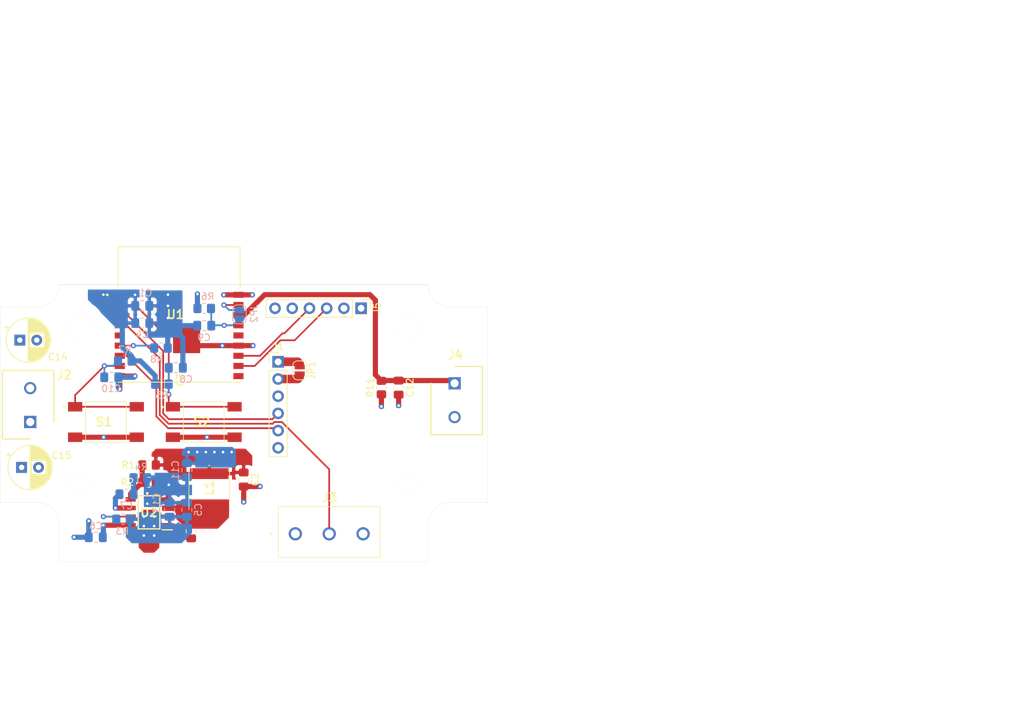
<source format=kicad_pcb>
(kicad_pcb (version 20171130) (host pcbnew "(5.1.8-0-10_14)")
  (layers (0 F.Cu signal) (1 In1.Cu power hide) (2 In2.Cu power hide) (31 B.Cu signal hide) (36 B.SilkS user hide) (37 F.SilkS user) (38 B.Mask user hide) (39 F.Mask user hide) (44 Edge.Cuts user))
  (net 0 "")
  (net 1 +3V3)
  (net 2 GND)
  (net 3 +12V)
  (net 4 "Net-(C7-Pad2)")
  (net 5 /ESP_EN)
  (net 6 /ESP_RST_L)
  (net 7 /GPIO0)
  (net 8 /water_voltage)
  (net 9 "Net-(J1-Pad2)")
  (net 10 /I2C_SCL)
  (net 11 /I2C_SDA)
  (net 12 /MPU_INT)
  (net 13 /CTS_NC)
  (net 14 /RTS_NC)
  (net 15 /ESP_TXD)
  (net 16 /ESP_RXD)
  (net 17 /GPIO16)
  (net 18 /GPIO15)
  (net 19 /GPIO4)
  (net 20 /GPIO5)
  (net 21 /U2_SW)
  (net 22 /U2_BST)
  (net 23 /U2_SS)
  (net 24 /U2_COMP)
  (net 25 /U2_FB)
  (net 26 /U2_EN)
  (net 27 /GPIO12)
  (net 28 /GPIO13)
  (module SamacSys_Parts:ESPWROOM02DM1102H3200PH3Q0 (layer F.Cu) (at 142.875 88.265)
    (fp_text reference U1 (at -0.55 0) (layer F.SilkS) (effects (font (size 1.27 1.27) (thickness 0.254))))
    (fp_text value ESP-WROOM-02D_M1102H3200PH3Q0_ hide)
    (pad 1 smd rect (at -8.75 -2.9 90) (size 0.9 1.5) (layers F.Cu F.Paste F.Mask) (net 1 +3V3))
    (pad 2 smd rect (at -8.75 -1.4 90) (size 0.9 1.5) (layers F.Cu F.Paste F.Mask) (net 5 /ESP_EN))
    (pad 3 smd rect (at -8.75 0.1 90) (size 0.9 1.5) (layers F.Cu F.Paste F.Mask) (net 10 /I2C_SCL))
    (pad 4 smd rect (at -8.75 1.6 90) (size 0.9 1.5) (layers F.Cu F.Paste F.Mask) (net 27 /GPIO12))
    (pad 5 smd rect (at -8.75 3.1 90) (size 0.9 1.5) (layers F.Cu F.Paste F.Mask) (net 28 /GPIO13))
    (pad 6 smd rect (at -8.75 4.6 90) (size 0.9 1.5) (layers F.Cu F.Paste F.Mask) (net 18 /GPIO15))
    (pad 7 smd rect (at -8.75 6.1 90) (size 0.9 1.5) (layers F.Cu F.Paste F.Mask) (net 11 /I2C_SDA))
    (pad 8 smd rect (at -8.75 7.6 90) (size 0.9 1.5) (layers F.Cu F.Paste F.Mask) (net 7 /GPIO0))
    (pad 9 smd rect (at -8.75 9.1 90) (size 0.9 1.5) (layers F.Cu F.Paste F.Mask) (net 2 GND))
    (pad 10 smd rect (at 8.75 9.1 90) (size 0.9 1.5) (layers F.Cu F.Paste F.Mask) (net 19 /GPIO4))
    (pad 11 smd rect (at 8.75 7.6 90) (size 0.9 1.5) (layers F.Cu F.Paste F.Mask) (net 16 /ESP_RXD))
    (pad 12 smd rect (at 8.75 6.1 90) (size 0.9 1.5) (layers F.Cu F.Paste F.Mask) (net 15 /ESP_TXD))
    (pad 13 smd rect (at 8.75 4.6 90) (size 0.9 1.5) (layers F.Cu F.Paste F.Mask) (net 2 GND))
    (pad 14 smd rect (at 8.75 3.1 90) (size 0.9 1.5) (layers F.Cu F.Paste F.Mask) (net 20 /GPIO5))
    (pad 15 smd rect (at 8.75 1.6 90) (size 0.9 1.5) (layers F.Cu F.Paste F.Mask) (net 6 /ESP_RST_L))
    (pad 16 smd rect (at 8.75 0.1 90) (size 0.9 1.5) (layers F.Cu F.Paste F.Mask) (net 8 /water_voltage))
    (pad 17 smd rect (at 8.75 -1.4 90) (size 0.9 1.5) (layers F.Cu F.Paste F.Mask) (net 17 /GPIO16))
    (pad 18 smd rect (at 8.75 -2.9 90) (size 0.9 1.5) (layers F.Cu F.Paste F.Mask) (net 2 GND))
    (pad 19 smd rect (at 1.1 3.71 90) (size 4 4) (layers F.Cu F.Paste F.Mask) (net 2 GND))
  )
  (module Capacitor_SMD:C_0805_2012Metric_Pad1.18x1.45mm_HandSolder (layer B.Cu) (at 137.4355 86.995)
    (fp_text reference C1 (at 0.4865 -1.905 180) (layer B.SilkS) (effects (justify mirror)))
    (fp_text value .1uF)
    (pad 1 smd roundrect (at -1.0375 0) (size 1.175 1.45) (layers B.Cu B.Paste B.Mask) (roundrect_rratio 0.2127659574468085) (net 1 +3V3))
    (pad 2 smd roundrect (at 1.0375 0) (size 1.175 1.45) (layers B.Cu B.Paste B.Mask) (roundrect_rratio 0.2127659574468085) (net 2 GND))
  )
  (module Capacitor_SMD:C_0805_2012Metric_Pad1.18x1.45mm_HandSolder (layer F.Cu) (at 152.4 112.6275 270)
    (fp_text reference C2 (at 0 -1.68 90) (layer F.SilkS))
    (fp_text value 22uF)
    (pad 2 smd roundrect (at 1.0375 0 270) (size 1.175 1.45) (layers F.Cu F.Paste F.Mask) (roundrect_rratio 0.2127659574468085) (net 2 GND))
    (pad 1 smd roundrect (at -1.0375 0 270) (size 1.175 1.45) (layers F.Cu F.Paste F.Mask) (roundrect_rratio 0.2127659574468085) (net 1 +3V3))
  )
  (module Capacitor_SMD:C_0805_2012Metric_Pad1.18x1.45mm_HandSolder (layer F.Cu) (at 144.653 120.2778 90)
    (fp_text reference C3 (at 22.3608 -1.651 90) (layer F.SilkS))
    (fp_text value 10nF)
    (pad 1 smd roundrect (at -1.0375 0 90) (size 1.175 1.45) (layers F.Cu F.Paste F.Mask) (roundrect_rratio 0.2127659574468085) (net 22 /U2_BST))
    (pad 2 smd roundrect (at 1.0375 0 90) (size 1.175 1.45) (layers F.Cu F.Paste F.Mask) (roundrect_rratio 0.2127659574468085) (net 21 /U2_SW))
  )
  (module Capacitor_SMD:C_0805_2012Metric_Pad1.18x1.45mm_HandSolder (layer B.Cu) (at 137.4355 89.535)
    (fp_text reference C4 (at 0 1.68 180) (layer B.SilkS) (effects (justify mirror)))
    (fp_text value 22uF)
    (pad 1 smd roundrect (at -1.0375 0) (size 1.175 1.45) (layers B.Cu B.Paste B.Mask) (roundrect_rratio 0.2127659574468085) (net 1 +3V3))
    (pad 2 smd roundrect (at 1.0375 0) (size 1.175 1.45) (layers B.Cu B.Paste B.Mask) (roundrect_rratio 0.2127659574468085) (net 2 GND))
  )
  (module Capacitor_SMD:C_0805_2012Metric_Pad1.18x1.45mm_HandSolder (layer B.Cu) (at 144.018 117.094 90)
    (fp_text reference C5 (at 0 1.68 90) (layer B.SilkS) (effects (justify mirror)))
    (fp_text value 10uF)
    (pad 2 smd roundrect (at 1.0375 0 90) (size 1.175 1.45) (layers B.Cu B.Paste B.Mask) (roundrect_rratio 0.2127659574468085) (net 2 GND))
    (pad 1 smd roundrect (at -1.0375 0 90) (size 1.175 1.45) (layers B.Cu B.Paste B.Mask) (roundrect_rratio 0.2127659574468085) (net 3 +12V))
  )
  (module Capacitor_SMD:C_0805_2012Metric_Pad1.18x1.45mm_HandSolder (layer B.Cu) (at 130.5775 121.158 180)
    (fp_text reference C6 (at 0 1.68 180) (layer B.SilkS) (effects (justify mirror)))
    (fp_text value 0.1uF)
    (pad 2 smd roundrect (at 1.0375 0 180) (size 1.175 1.45) (layers B.Cu B.Paste B.Mask) (roundrect_rratio 0.2127659574468085) (net 2 GND))
    (pad 1 smd roundrect (at -1.0375 0 180) (size 1.175 1.45) (layers B.Cu B.Paste B.Mask) (roundrect_rratio 0.2127659574468085) (net 23 /U2_SS))
  )
  (module Capacitor_SMD:C_0805_2012Metric_Pad1.18x1.45mm_HandSolder (layer B.Cu) (at 135.1065 114.808)
    (fp_text reference C7 (at 0 1.68) (layer B.SilkS) (effects (justify mirror)))
    (fp_text value 6.8nF)
    (pad 1 smd roundrect (at -1.0375 0) (size 1.175 1.45) (layers B.Cu B.Paste B.Mask) (roundrect_rratio 0.2127659574468085) (net 24 /U2_COMP))
    (pad 2 smd roundrect (at 1.0375 0) (size 1.175 1.45) (layers B.Cu B.Paste B.Mask) (roundrect_rratio 0.2127659574468085) (net 4 "Net-(C7-Pad2)"))
  )
  (module Capacitor_SMD:C_0805_2012Metric_Pad1.18x1.45mm_HandSolder (layer B.Cu) (at 142.3885 96.139)
    (fp_text reference C8 (at 1.5025 1.68 180) (layer B.SilkS) (effects (justify mirror)))
    (fp_text value 0.1uF)
    (pad 2 smd roundrect (at 1.0375 0) (size 1.175 1.45) (layers B.Cu B.Paste B.Mask) (roundrect_rratio 0.2127659574468085) (net 2 GND))
    (pad 1 smd roundrect (at -1.0375 0) (size 1.175 1.45) (layers B.Cu B.Paste B.Mask) (roundrect_rratio 0.2127659574468085) (net 5 /ESP_EN))
  )
  (module Capacitor_SMD:C_0805_2012Metric_Pad1.18x1.45mm_HandSolder (layer B.Cu) (at 146.5795 89.916 180)
    (fp_text reference C9 (at 0.0215 -1.778 180) (layer B.SilkS) (effects (justify mirror)))
    (fp_text value 0.1uF)
    (pad 1 smd roundrect (at -1.0375 0 180) (size 1.175 1.45) (layers B.Cu B.Paste B.Mask) (roundrect_rratio 0.2127659574468085) (net 6 /ESP_RST_L))
    (pad 2 smd roundrect (at 1.0375 0 180) (size 1.175 1.45) (layers B.Cu B.Paste B.Mask) (roundrect_rratio 0.2127659574468085) (net 2 GND))
  )
  (module Capacitor_SMD:C_0805_2012Metric_Pad1.18x1.45mm_HandSolder (layer B.Cu) (at 132.8635 97.536)
    (fp_text reference C10 (at 0 1.68 180) (layer B.SilkS) (effects (justify mirror)))
    (fp_text value 0.1uF)
    (pad 1 smd roundrect (at -1.0375 0) (size 1.175 1.45) (layers B.Cu B.Paste B.Mask) (roundrect_rratio 0.2127659574468085) (net 7 /GPIO0))
    (pad 2 smd roundrect (at 1.0375 0) (size 1.175 1.45) (layers B.Cu B.Paste B.Mask) (roundrect_rratio 0.2127659574468085) (net 2 GND))
  )
  (module Capacitor_SMD:C_0805_2012Metric_Pad1.18x1.45mm_HandSolder (layer F.Cu) (at 175.26 99.06 270)
    (fp_text reference C12 (at 0 -1.68 90) (layer F.SilkS))
    (fp_text value 0.1uF)
    (pad 2 smd roundrect (at 1.0375 0 270) (size 1.175 1.45) (layers F.Cu F.Paste F.Mask) (roundrect_rratio 0.2127659574468085) (net 2 GND))
    (pad 1 smd roundrect (at -1.0375 0 270) (size 1.175 1.45) (layers F.Cu F.Paste F.Mask) (roundrect_rratio 0.2127659574468085) (net 8 /water_voltage))
  )
  (module Connector_PinHeader_2.54mm:PinHeader_1x06_P2.54mm_Vertical (layer F.Cu) (at 157.48 95.25)
    (fp_text reference J1 (at 0 -2.33) (layer F.SilkS))
    (fp_text value Conn_01x06_Female)
    (pad 1 thru_hole rect (at 0 0) (size 1.7 1.7) (drill 1) (layers *.Cu *.Mask) (net 1 +3V3))
    (pad 2 thru_hole oval (at 0 2.54) (size 1.7 1.7) (drill 1) (layers *.Cu *.Mask) (net 9 "Net-(J1-Pad2)"))
    (pad 3 thru_hole oval (at 0 5.08) (size 1.7 1.7) (drill 1) (layers *.Cu *.Mask) (net 2 GND))
    (pad 4 thru_hole oval (at 0 7.62) (size 1.7 1.7) (drill 1) (layers *.Cu *.Mask) (net 10 /I2C_SCL))
    (pad 5 thru_hole oval (at 0 10.16) (size 1.7 1.7) (drill 1) (layers *.Cu *.Mask) (net 11 /I2C_SDA))
    (pad 6 thru_hole oval (at 0 12.7) (size 1.7 1.7) (drill 1) (layers *.Cu *.Mask) (net 12 /MPU_INT))
  )
  (module SamacSys_Parts:SHDR2W70P0X500_1X2_1000X750X1160P (layer F.Cu) (at 120.904 104.14 90)
    (fp_text reference J2 (at 6.9596 5.0292 180) (layer F.SilkS) (effects (font (size 1.27 1.27) (thickness 0.254))))
    (fp_text value 691137710002 hide)
    (pad 2 thru_hole circle (at 5 0 90) (size 1.8 1.8) (drill 1.2) (layers *.Cu *.Mask) (net 2 GND))
    (pad 1 thru_hole rect (at 0 0 90) (size 1.8 1.8) (drill 1.2) (layers *.Cu *.Mask) (net 3 +12V))
  )
  (module SamacSys_Parts:SHDR2W70P0X500_1X2_1000X750X1160P (layer F.Cu) (at 183.515 98.425 270)
    (fp_text reference J4 (at -4.191 -0.127) (layer F.SilkS) (effects (font (size 1.27 1.27) (thickness 0.254))))
    (fp_text value 691137710002 hide)
    (pad 1 thru_hole rect (at 0 0 270) (size 1.8 1.8) (drill 1.2) (layers *.Cu *.Mask) (net 8 /water_voltage))
    (pad 2 thru_hole circle (at 5 0 270) (size 1.8 1.8) (drill 1.2) (layers *.Cu *.Mask) (net 2 GND))
  )
  (module Connector_PinHeader_2.54mm:PinHeader_1x06_P2.54mm_Vertical (layer F.Cu) (at 169.7228 87.3506 270)
    (fp_text reference J5 (at 0 -2.33 90) (layer F.SilkS))
    (fp_text value Conn_01x06_Female)
    (pad 6 thru_hole oval (at 0 12.7 270) (size 1.7 1.7) (drill 1) (layers *.Cu *.Mask) (net 13 /CTS_NC))
    (pad 5 thru_hole oval (at 0 10.16 270) (size 1.7 1.7) (drill 1) (layers *.Cu *.Mask) (net 14 /RTS_NC))
    (pad 4 thru_hole oval (at 0 7.62 270) (size 1.7 1.7) (drill 1) (layers *.Cu *.Mask) (net 15 /ESP_TXD))
    (pad 3 thru_hole oval (at 0 5.08 270) (size 1.7 1.7) (drill 1) (layers *.Cu *.Mask) (net 16 /ESP_RXD))
    (pad 2 thru_hole oval (at 0 2.54 270) (size 1.7 1.7) (drill 1) (layers *.Cu *.Mask) (net 2 GND))
    (pad 1 thru_hole rect (at 0 0 270) (size 1.7 1.7) (drill 1) (layers *.Cu *.Mask) (net 1 +3V3))
  )
  (module Jumper:SolderJumper-2_P1.3mm_Open_RoundedPad1.0x1.5mm (layer F.Cu) (at 160.655 96.52 270)
    (fp_text reference JP1 (at 0 -1.8 90) (layer F.SilkS))
    (fp_text value SolderJumper_2_Open)
    (pad 2 smd custom (at 0.65 0 270) (size 1 0.5) (layers F.Cu F.Mask) (net 9 "Net-(J1-Pad2)") (options (clearance outline) (anchor rect)) (primitives (gr_circle (center 0 0.25) (end 0.5 0.25) (width 0)) (gr_circle (center 0 -0.25) (end 0.5 -0.25) (width 0)) (gr_poly (pts (xy 0 -0.75) (xy -0.5 -0.75) (xy -0.5 0.75) (xy 0 0.75)) (width 0))))
    (pad 1 smd custom (at -0.65 0 270) (size 1 0.5) (layers F.Cu F.Mask) (net 1 +3V3) (options (clearance outline) (anchor rect)) (primitives (gr_circle (center 0 0.25) (end 0.5 0.25) (width 0)) (gr_circle (center 0 -0.25) (end 0.5 -0.25) (width 0)) (gr_poly (pts (xy 0 -0.75) (xy 0.5 -0.75) (xy 0.5 0.75) (xy 0 0.75)) (width 0))))
  )
  (module Jumper:SolderJumper-2_P1.3mm_Open_RoundedPad1.0x1.5mm (layer B.Cu) (at 151.765 88.25 270)
    (fp_text reference JP2 (at -0.112 -2.159 90) (layer B.SilkS) (effects (justify mirror)))
    (fp_text value SolderJumper_2_Open)
    (pad 1 smd custom (at -0.65 0 270) (size 1 0.5) (layers B.Cu B.Mask) (net 17 /GPIO16) (options (clearance outline) (anchor rect)) (primitives (gr_circle (center 0 -0.25) (end 0.5 -0.25) (width 0)) (gr_circle (center 0 0.25) (end 0.5 0.25) (width 0)) (gr_poly (pts (xy 0 0.75) (xy 0.5 0.75) (xy 0.5 -0.75) (xy 0 -0.75)) (width 0))))
    (pad 2 smd custom (at 0.65 0 270) (size 1 0.5) (layers B.Cu B.Mask) (net 6 /ESP_RST_L) (options (clearance outline) (anchor rect)) (primitives (gr_circle (center 0 -0.25) (end 0.5 -0.25) (width 0)) (gr_circle (center 0 0.25) (end 0.5 0.25) (width 0)) (gr_poly (pts (xy 0 0.75) (xy -0.5 0.75) (xy -0.5 -0.75) (xy 0 -0.75)) (width 0))))
  )
  (module SamacSys_Parts:NRS6045T101MMGKV (layer F.Cu) (at 147.32 113.81 270)
    (fp_text reference L1 (at 0.075 0 90) (layer F.SilkS) (effects (font (size 1.27 1.27) (thickness 0.254))))
    (fp_text value NRS6045T100MMGK hide)
    (pad 1 smd rect (at -2.05 0) (size 5.7 1.6) (layers F.Cu F.Paste F.Mask) (net 1 +3V3))
    (pad 2 smd rect (at 2.65 0) (size 5.7 1.6) (layers F.Cu F.Paste F.Mask) (net 21 /U2_SW))
  )
  (module Resistor_SMD:R_0805_2012Metric_Pad1.20x1.40mm_HandSolder (layer F.Cu) (at 138.43 110.49 180)
    (fp_text reference R1 (at 3.048 0) (layer F.SilkS))
    (fp_text value 26.1k)
    (pad 2 smd roundrect (at 1 0 180) (size 1.2 1.4) (layers F.Cu F.Paste F.Mask) (roundrect_rratio 0.2083325) (net 25 /U2_FB))
    (pad 1 smd roundrect (at -1 0 180) (size 1.2 1.4) (layers F.Cu F.Paste F.Mask) (roundrect_rratio 0.2083325) (net 1 +3V3))
  )
  (module Resistor_SMD:R_0805_2012Metric_Pad1.20x1.40mm_HandSolder (layer F.Cu) (at 138.43 113.03)
    (fp_text reference R2 (at -3.175 0) (layer F.SilkS))
    (fp_text value 10k)
    (pad 2 smd roundrect (at 1 0) (size 1.2 1.4) (layers F.Cu F.Paste F.Mask) (roundrect_rratio 0.2083325) (net 2 GND))
    (pad 1 smd roundrect (at -1 0) (size 1.2 1.4) (layers F.Cu F.Paste F.Mask) (roundrect_rratio 0.2083325) (net 25 /U2_FB))
  )
  (module Resistor_SMD:R_0805_2012Metric_Pad1.20x1.40mm_HandSolder (layer B.Cu) (at 134.604 118.491 180)
    (fp_text reference R3 (at 0.111 -1.778 180) (layer B.SilkS) (effects (justify mirror)))
    (fp_text value 10k)
    (pad 1 smd roundrect (at -1 0 180) (size 1.2 1.4) (layers B.Cu B.Paste B.Mask) (roundrect_rratio 0.2083325) (net 3 +12V))
    (pad 2 smd roundrect (at 1 0 180) (size 1.2 1.4) (layers B.Cu B.Paste B.Mask) (roundrect_rratio 0.2083325) (net 26 /U2_EN))
  )
  (module Resistor_SMD:R_0805_2012Metric_Pad1.20x1.40mm_HandSolder (layer B.Cu) (at 137.144 112.395)
    (fp_text reference R4 (at 0.143 -1.651 180) (layer B.SilkS) (effects (justify mirror)))
    (fp_text value 6.8k)
    (pad 2 smd roundrect (at 1 0) (size 1.2 1.4) (layers B.Cu B.Paste B.Mask) (roundrect_rratio 0.2083325) (net 2 GND))
    (pad 1 smd roundrect (at -1 0) (size 1.2 1.4) (layers B.Cu B.Paste B.Mask) (roundrect_rratio 0.2083325) (net 4 "Net-(C7-Pad2)"))
  )
  (module Resistor_SMD:R_0805_2012Metric_Pad1.20x1.40mm_HandSolder (layer B.Cu) (at 140.335 98.552)
    (fp_text reference R5 (at 0 1.65 180) (layer B.SilkS) (effects (justify mirror)))
    (fp_text value 10k)
    (pad 1 smd roundrect (at -1 0) (size 1.2 1.4) (layers B.Cu B.Paste B.Mask) (roundrect_rratio 0.2083325) (net 1 +3V3))
    (pad 2 smd roundrect (at 1 0) (size 1.2 1.4) (layers B.Cu B.Paste B.Mask) (roundrect_rratio 0.2083325) (net 5 /ESP_EN))
  )
  (module Resistor_SMD:R_0805_2012Metric_Pad1.20x1.40mm_HandSolder (layer B.Cu) (at 146.574 87.376)
    (fp_text reference R6 (at 0.492 -1.778 180) (layer B.SilkS) (effects (justify mirror)))
    (fp_text value 10k)
    (pad 1 smd roundrect (at -1 0) (size 1.2 1.4) (layers B.Cu B.Paste B.Mask) (roundrect_rratio 0.2083325) (net 1 +3V3))
    (pad 2 smd roundrect (at 1 0) (size 1.2 1.4) (layers B.Cu B.Paste B.Mask) (roundrect_rratio 0.2083325) (net 6 /ESP_RST_L))
  )
  (module Resistor_SMD:R_0805_2012Metric_Pad1.20x1.40mm_HandSolder (layer B.Cu) (at 134.858 95.123 180)
    (fp_text reference R7 (at 0 1.65 180) (layer B.SilkS) (effects (justify mirror)))
    (fp_text value 10k)
    (pad 1 smd roundrect (at -1 0 180) (size 1.2 1.4) (layers B.Cu B.Paste B.Mask) (roundrect_rratio 0.2083325) (net 1 +3V3))
    (pad 2 smd roundrect (at 1 0 180) (size 1.2 1.4) (layers B.Cu B.Paste B.Mask) (roundrect_rratio 0.2083325) (net 7 /GPIO0))
  )
  (module Resistor_SMD:R_0805_2012Metric_Pad1.20x1.40mm_HandSolder (layer B.Cu) (at 140.192 93.218)
    (fp_text reference R8 (at -0.619 1.651) (layer B.SilkS) (effects (justify mirror)))
    (fp_text value 10k)
    (pad 2 smd roundrect (at 1 0) (size 1.2 1.4) (layers B.Cu B.Paste B.Mask) (roundrect_rratio 0.2083325) (net 2 GND))
    (pad 1 smd roundrect (at -1 0) (size 1.2 1.4) (layers B.Cu B.Paste B.Mask) (roundrect_rratio 0.2083325) (net 18 /GPIO15))
  )
  (module Resistor_SMD:R_0805_2012Metric_Pad1.20x1.40mm_HandSolder (layer F.Cu) (at 172.72 99.06 90)
    (fp_text reference R11 (at 0 -1.65 90) (layer F.SilkS))
    (fp_text value 1k)
    (pad 1 smd roundrect (at -1 0 90) (size 1.2 1.4) (layers F.Cu F.Paste F.Mask) (roundrect_rratio 0.2083325) (net 1 +3V3))
    (pad 2 smd roundrect (at 1 0 90) (size 1.2 1.4) (layers F.Cu F.Paste F.Mask) (roundrect_rratio 0.2083325) (net 8 /water_voltage))
  )
  (module SamacSys_Parts:LL3301NF065QG (layer F.Cu) (at 132.08 104.14)
    (fp_text reference S1 (at -0.3 0) (layer F.SilkS) (effects (font (size 1.27 1.27) (thickness 0.254))))
    (fp_text value LL3301NF065QG hide)
    (pad 4 smd rect (at 4.55 2.25 90) (size 1.4 2.1) (layers F.Cu F.Paste F.Mask) (net 2 GND))
    (pad 3 smd rect (at -4.55 2.25 90) (size 1.4 2.1) (layers F.Cu F.Paste F.Mask) (net 2 GND))
    (pad 2 smd rect (at 4.55 -2.25 90) (size 1.4 2.1) (layers F.Cu F.Paste F.Mask) (net 7 /GPIO0))
    (pad 1 smd rect (at -4.55 -2.25 90) (size 1.4 2.1) (layers F.Cu F.Paste F.Mask) (net 7 /GPIO0))
  )
  (module SamacSys_Parts:LL3301NF065QG (layer F.Cu) (at 146.5072 104.14)
    (fp_text reference S2 (at -0.3 0) (layer F.SilkS) (effects (font (size 1.27 1.27) (thickness 0.254))))
    (fp_text value LL3301NF065QG hide)
    (pad 1 smd rect (at -4.55 -2.25 90) (size 1.4 2.1) (layers F.Cu F.Paste F.Mask) (net 5 /ESP_EN))
    (pad 2 smd rect (at 4.55 -2.25 90) (size 1.4 2.1) (layers F.Cu F.Paste F.Mask) (net 5 /ESP_EN))
    (pad 3 smd rect (at -4.55 2.25 90) (size 1.4 2.1) (layers F.Cu F.Paste F.Mask) (net 2 GND))
    (pad 4 smd rect (at 4.55 2.25 90) (size 1.4 2.1) (layers F.Cu F.Paste F.Mask) (net 2 GND))
  )
  (module SamacSys_Parts:SOIC127P600X150-8N (layer F.Cu) (at 138.43 117.475 180)
    (fp_text reference U2 (at 0 0) (layer F.SilkS) (effects (font (size 1.27 1.27) (thickness 0.254))))
    (fp_text value AP6502SP-13 hide)
    (pad 1 smd rect (at -2.7 -1.905 270) (size 0.65 1.5) (layers F.Cu F.Paste F.Mask) (net 22 /U2_BST))
    (pad 2 smd rect (at -2.7 -0.635 270) (size 0.65 1.5) (layers F.Cu F.Paste F.Mask) (net 3 +12V))
    (pad 3 smd rect (at -2.7 0.635 270) (size 0.65 1.5) (layers F.Cu F.Paste F.Mask) (net 21 /U2_SW))
    (pad 4 smd rect (at -2.7 1.905 270) (size 0.65 1.5) (layers F.Cu F.Paste F.Mask) (net 2 GND))
    (pad 5 smd rect (at 2.7 1.905 270) (size 0.65 1.5) (layers F.Cu F.Paste F.Mask) (net 25 /U2_FB))
    (pad 6 smd rect (at 2.7 0.635 270) (size 0.65 1.5) (layers F.Cu F.Paste F.Mask) (net 24 /U2_COMP))
    (pad 7 smd rect (at 2.7 -0.635 270) (size 0.65 1.5) (layers F.Cu F.Paste F.Mask) (net 26 /U2_EN))
    (pad 8 smd rect (at 2.7 -1.905 270) (size 0.65 1.5) (layers F.Cu F.Paste F.Mask) (net 23 /U2_SS))
  )
  (module Capacitor_SMD:C_0805_2012Metric_Pad1.18x1.45mm_HandSolder (layer B.Cu) (at 144.018 111.252 270)
    (fp_text reference C11 (at 0 1.68 90) (layer B.SilkS) (effects (justify mirror)))
    (fp_text value 22uF)
    (pad 2 smd roundrect (at 1.0375 0 270) (size 1.175 1.45) (layers B.Cu B.Paste B.Mask) (roundrect_rratio 0.2127659574468085) (net 2 GND))
    (pad 1 smd roundrect (at -1.0375 0 270) (size 1.175 1.45) (layers B.Cu B.Paste B.Mask) (roundrect_rratio 0.2127659574468085) (net 1 +3V3))
  )
  (module Capacitor_SMD:C_0805_2012Metric_Pad1.18x1.45mm_HandSolder (layer B.Cu) (at 141.478 117.094 90)
    (fp_text reference C13 (at 1.016 -1.905 90) (layer B.SilkS) (effects (justify mirror)))
    (fp_text value 10uF)
    (pad 1 smd roundrect (at -1.0375 0 90) (size 1.175 1.45) (layers B.Cu B.Paste B.Mask) (roundrect_rratio 0.2127659574468085) (net 3 +12V))
    (pad 2 smd roundrect (at 1.0375 0 90) (size 1.175 1.45) (layers B.Cu B.Paste B.Mask) (roundrect_rratio 0.2127659574468085) (net 2 GND))
  )
  (module SamacSys_Parts:691137710003 (layer F.Cu) (at 160.02 120.65)
    (fp_text reference J3 (at 5.08 -5.334) (layer F.SilkS) (effects (font (size 1.27 1.27) (thickness 0.254))))
    (fp_text value 691137710003 hide)
    (pad 1 thru_hole circle (at 0 0) (size 1.95 1.95) (drill 1.3) (layers *.Cu *.Mask) (net 3 +12V))
    (pad 2 thru_hole circle (at 5 0) (size 1.95 1.95) (drill 1.3) (layers *.Cu *.Mask) (net 27 /GPIO12))
    (pad 3 thru_hole circle (at 10 0) (size 1.95 1.95) (drill 1.3) (layers *.Cu *.Mask) (net 2 GND))
  )
  (module MountingHole:MountingHole_3.2mm_M3 (layer F.Cu) (at 128.1176 90.0684)
    (fp_text reference H1 hide)
    (fp_text value MountingHole)
    (pad 1 np_thru_hole circle (at 0 0) (size 3.2 3.2) (drill 3.2) (layers *.Cu *.Mask))
  )
  (module MountingHole:MountingHole_3.2mm_M3 (layer F.Cu) (at 176.6824 90.0684)
    (fp_text reference H2 hide)
    (fp_text value MountingHole)
    (pad 1 np_thru_hole circle (at 0 0) (size 3.2 3.2) (drill 3.2) (layers *.Cu *.Mask))
  )
  (module MountingHole:MountingHole_3.2mm_M3 (layer F.Cu) (at 128.1176 113.1316)
    (fp_text reference H3 hide)
    (fp_text value MountingHole)
    (pad 1 np_thru_hole circle (at 0 0) (size 3.2 3.2) (drill 3.2) (layers *.Cu *.Mask))
  )
  (module MountingHole:MountingHole_3.2mm_M3 (layer F.Cu) (at 176.6824 113.1316)
    (fp_text reference H4 hide)
    (fp_text value MountingHole)
    (pad 1 np_thru_hole circle (at 0 0) (size 3.2 3.2) (drill 3.2) (layers *.Cu *.Mask))
  )
  (module Capacitor_THT:CP_Radial_D6.3mm_P2.50mm (layer F.Cu) (at 119.3692 92.0496)
    (fp_text reference C14 (at 5.5988 2.4892) (layer F.SilkS))
    (fp_text value 100uF)
    (pad 2 thru_hole circle (at 2.5 0) (size 1.6 1.6) (drill 0.8) (layers *.Cu *.Mask) (net 2 GND))
    (pad 1 thru_hole rect (at 0 0) (size 1.6 1.6) (drill 0.8) (layers *.Cu *.Mask) (net 3 +12V))
  )
  (module Capacitor_THT:CP_Radial_D6.3mm_P2.50mm (layer F.Cu) (at 119.634 110.8456)
    (fp_text reference C15 (at 5.8928 -1.778) (layer F.SilkS))
    (fp_text value 100uF)
    (pad 1 thru_hole rect (at 0 0) (size 1.6 1.6) (drill 0.8) (layers *.Cu *.Mask) (net 3 +12V))
    (pad 2 thru_hole circle (at 2.5 0) (size 1.6 1.6) (drill 0.8) (layers *.Cu *.Mask) (net 2 GND))
  )
  (gr_line (start 125.222 83.8708) (end 179.578 83.8708) (layer Edge.Cuts) (width 0.05))
  (gr_circle (center 128.1176 90.0684) (end 129.7051 90.0684) (layer Edge.Cuts) (width 0.0254))
  (gr_circle (center 128.1176 113.1316) (end 129.7051 113.1316) (layer Edge.Cuts) (width 0.0254))
  (gr_circle (center 176.6824 113.1316) (end 178.2699 113.1316) (layer Edge.Cuts) (width 0.0254))
  (gr_circle (center 176.6824 90.0684) (end 178.2699 90.0684) (layer Edge.Cuts) (width 0.0254))
  (gr_line (start 121.92 116.0272) (end 116.459 116.0272) (layer Edge.Cuts) (width 0.0254))
  (gr_line (start 125.222 119.3292) (end 125.222 124.7902) (layer Edge.Cuts) (width 0.0254))
  (gr_arc (start 121.92 119.3292) (end 125.222 119.3292) (angle -90) (layer Edge.Cuts) (width 0.0254))
  (gr_line (start 121.92 87.1728) (end 116.459 87.1728) (layer Edge.Cuts) (width 0.0254))
  (gr_arc (start 121.92 83.8708) (end 121.92 87.1728) (angle -90) (layer Edge.Cuts) (width 0.0254))
  (gr_line (start 182.88 116.0272) (end 188.341 116.0272) (layer Edge.Cuts) (width 0.0254))
  (gr_line (start 179.578 119.3292) (end 179.578 124.7902) (layer Edge.Cuts) (width 0.0254))
  (gr_arc (start 182.88 119.3292) (end 182.88 116.0272) (angle -90) (layer Edge.Cuts) (width 0.0254))
  (gr_arc (start 182.88 83.8708) (end 179.578 83.8708) (angle -90) (layer Edge.Cuts) (width 0.0254))
  (gr_line (start 182.88 87.1728) (end 188.341 87.1728) (layer Edge.Cuts) (width 0.0254))
  (gr_line (start 116.459 87.1728) (end 116.459 116.0272) (layer Edge.Cuts) (width 0.0254))
  (gr_line (start 188.341 87.1728) (end 188.341 116.0272) (layer Edge.Cuts) (width 0.0254))
  (gr_line (start 125.222 124.7902) (end 179.578 124.7902) (layer Edge.Cuts) (width 0.0254))
  (via (at 144.272 108.585) (size 0.762) (drill 0.381) (layers F.Cu B.Cu) (net 1))
  (via (at 145.542 108.585) (size 0.762) (drill 0.381) (layers F.Cu B.Cu) (net 1))
  (via (at 146.812 108.585) (size 0.762) (drill 0.381) (layers F.Cu B.Cu) (net 1))
  (via (at 148.082 108.585) (size 0.762) (drill 0.381) (layers F.Cu B.Cu) (net 1))
  (via (at 149.352 108.585) (size 0.762) (drill 0.381) (layers F.Cu B.Cu) (net 1))
  (via (at 150.622 108.585) (size 0.762) (drill 0.381) (layers F.Cu B.Cu) (net 1))
  (segment (start 172.72 100.06) (end 172.72 101.854) (width 0.762) (layer F.Cu) (net 1))
  (segment (start 172.72 101.854) (end 172.72 101.854) (width 0.762) (layer F.Cu) (net 1))
  (via (at 172.72 101.854) (size 0.762) (drill 0.381) (layers F.Cu B.Cu) (net 1))
  (segment (start 160.37801 95.25) (end 160.655 95.52699) (width 1.27) (layer F.Cu) (net 1))
  (segment (start 157.48 95.25) (end 160.37801 95.25) (width 1.27) (layer F.Cu) (net 1))
  (segment (start 134.125 85.365) (end 136.377 85.365) (width 0.762) (layer F.Cu) (net 1))
  (segment (start 133.71 85.365) (end 133.689 85.344) (width 0.762) (layer F.Cu) (net 1))
  (segment (start 134.125 85.365) (end 133.71 85.365) (width 0.762) (layer F.Cu) (net 1))
  (segment (start 133.689 85.344) (end 131.699 85.344) (width 0.762) (layer F.Cu) (net 1))
  (segment (start 136.377 85.365) (end 136.377 85.365) (width 0.762) (layer F.Cu) (net 1))
  (via (at 136.377 85.365) (size 0.762) (drill 0.381) (layers F.Cu B.Cu) (net 1))
  (segment (start 131.699 85.344) (end 131.699 85.344) (width 0.762) (layer F.Cu) (net 1))
  (via (at 131.699 85.344) (size 0.762) (drill 0.381) (layers F.Cu B.Cu) (net 1))
  (segment (start 136.356 85.344) (end 136.377 85.365) (width 0.762) (layer B.Cu) (net 1))
  (segment (start 135.858 94.423) (end 134.493 93.058) (width 0.762) (layer B.Cu) (net 1))
  (segment (start 135.858 95.123) (end 135.858 94.423) (width 0.762) (layer B.Cu) (net 1))
  (segment (start 134.493 93.058) (end 134.493 89.662) (width 0.762) (layer B.Cu) (net 1))
  (segment (start 135.858 95.123) (end 137.16 95.123) (width 0.762) (layer B.Cu) (net 1))
  (segment (start 139.335 97.298) (end 139.335 98.552) (width 0.762) (layer B.Cu) (net 1))
  (segment (start 137.16 95.123) (end 139.335 97.298) (width 0.762) (layer B.Cu) (net 1))
  (segment (start 145.574 87.376) (end 145.574 85.249) (width 0.762) (layer B.Cu) (net 1))
  (segment (start 145.574 85.249) (end 145.574 85.249) (width 0.762) (layer B.Cu) (net 1))
  (via (at 145.574 85.249) (size 0.762) (drill 0.381) (layers F.Cu B.Cu) (net 1))
  (segment (start 127.53 106.39) (end 131.735 106.39) (width 0.762) (layer F.Cu) (net 2))
  (segment (start 141.9572 106.39) (end 146.975 106.39) (width 0.762) (layer F.Cu) (net 2))
  (segment (start 131.735 106.39) (end 136.63 106.39) (width 0.762) (layer F.Cu) (net 2))
  (via (at 131.735 106.39) (size 0.762) (drill 0.381) (layers F.Cu B.Cu) (net 2))
  (segment (start 146.975 106.39) (end 151.0572 106.39) (width 0.762) (layer F.Cu) (net 2))
  (via (at 146.975 106.39) (size 0.762) (drill 0.381) (layers F.Cu B.Cu) (net 2))
  (segment (start 175.26 100.0975) (end 175.26 101.727) (width 0.762) (layer F.Cu) (net 2))
  (segment (start 175.26 101.727) (end 175.26 101.727) (width 0.762) (layer F.Cu) (net 2))
  (via (at 175.26 101.727) (size 0.762) (drill 0.381) (layers F.Cu B.Cu) (net 2))
  (segment (start 151.625 92.865) (end 153.769 92.865) (width 0.762) (layer F.Cu) (net 2))
  (segment (start 151.625 92.865) (end 149.253 92.865) (width 0.762) (layer F.Cu) (net 2))
  (segment (start 153.769 92.865) (end 153.769 92.865) (width 0.762) (layer F.Cu) (net 2))
  (via (at 153.769 92.865) (size 0.762) (drill 0.381) (layers F.Cu B.Cu) (net 2))
  (segment (start 149.253 92.865) (end 149.253 92.865) (width 0.762) (layer F.Cu) (net 2))
  (via (at 149.253 92.865) (size 0.762) (drill 0.381) (layers F.Cu B.Cu) (net 2))
  (segment (start 144.865 92.865) (end 143.975 91.975) (width 0.762) (layer F.Cu) (net 2))
  (segment (start 149.253 92.865) (end 144.865 92.865) (width 0.762) (layer F.Cu) (net 2))
  (segment (start 151.625 85.365) (end 149.458 85.365) (width 0.762) (layer F.Cu) (net 2))
  (segment (start 151.625 85.365) (end 153.671938 85.365) (width 0.762) (layer F.Cu) (net 2))
  (segment (start 153.671938 85.365) (end 153.671938 85.365) (width 0.762) (layer F.Cu) (net 2))
  (via (at 153.671938 85.365) (size 0.762) (drill 0.381) (layers F.Cu B.Cu) (net 2))
  (segment (start 149.458 85.365) (end 149.458 85.365) (width 0.762) (layer F.Cu) (net 2))
  (via (at 149.458 85.365) (size 0.762) (drill 0.381) (layers F.Cu B.Cu) (net 2))
  (segment (start 134.125 97.365) (end 136.354 97.365) (width 0.762) (layer F.Cu) (net 2))
  (segment (start 134.125 97.365) (end 134.125 99.301) (width 0.762) (layer F.Cu) (net 2))
  (segment (start 136.354 97.365) (end 136.354 97.365) (width 0.762) (layer F.Cu) (net 2))
  (via (at 136.354 97.365) (size 0.762) (drill 0.381) (layers F.Cu B.Cu) (net 2))
  (segment (start 134.125 99.301) (end 134.125 99.301) (width 0.762) (layer F.Cu) (net 2))
  (via (at 134.125 99.301) (size 0.762) (drill 0.381) (layers F.Cu B.Cu) (net 2))
  (segment (start 152.4 113.665) (end 154.813 113.665) (width 0.762) (layer F.Cu) (net 2))
  (segment (start 152.4 113.665) (end 152.4 115.951) (width 0.762) (layer F.Cu) (net 2))
  (segment (start 154.813 113.665) (end 154.813 113.665) (width 0.762) (layer F.Cu) (net 2))
  (via (at 154.813 113.665) (size 0.762) (drill 0.381) (layers F.Cu B.Cu) (net 2))
  (segment (start 152.4 115.951) (end 152.4 115.951) (width 0.762) (layer F.Cu) (net 2))
  (via (at 152.4 115.951) (size 0.762) (drill 0.381) (layers F.Cu B.Cu) (net 2))
  (via (at 141.351 113.411) (size 0.762) (drill 0.381) (layers F.Cu B.Cu) (net 2))
  (via (at 138.176 114.681) (size 0.762) (drill 0.381) (layers F.Cu B.Cu) (net 2))
  (via (at 138.176 116.205) (size 0.762) (drill 0.381) (layers F.Cu B.Cu) (net 2))
  (segment (start 138.144 116.173) (end 138.176 116.205) (width 0.762) (layer B.Cu) (net 2))
  (segment (start 138.144 112.395) (end 138.144 116.173) (width 0.762) (layer B.Cu) (net 2))
  (segment (start 140.335 112.395) (end 141.351 113.411) (width 0.762) (layer B.Cu) (net 2))
  (segment (start 138.144 112.395) (end 140.335 112.395) (width 0.762) (layer B.Cu) (net 2))
  (segment (start 129.54 121.158) (end 129.54 118.745) (width 0.762) (layer B.Cu) (net 2))
  (segment (start 129.54 121.158) (end 127.381 121.158) (width 0.762) (layer B.Cu) (net 2))
  (segment (start 129.54 118.745) (end 129.54 118.745) (width 0.762) (layer B.Cu) (net 2))
  (via (at 129.54 118.745) (size 0.762) (drill 0.381) (layers F.Cu B.Cu) (net 2))
  (segment (start 127.381 121.158) (end 127.381 121.158) (width 0.762) (layer B.Cu) (net 2))
  (via (at 127.381 121.158) (size 0.762) (drill 0.381) (layers F.Cu B.Cu) (net 2))
  (via (at 141.224 85.344) (size 0.762) (drill 0.381) (layers F.Cu B.Cu) (net 2))
  (via (at 141.224 86.995) (size 0.762) (drill 0.381) (layers F.Cu B.Cu) (net 2))
  (via (at 141.224 88.773) (size 0.762) (drill 0.381) (layers F.Cu B.Cu) (net 2))
  (segment (start 143.426 91.737) (end 142.748 91.059) (width 0.762) (layer B.Cu) (net 2))
  (segment (start 136.183 97.536) (end 136.354 97.365) (width 0.762) (layer B.Cu) (net 2))
  (segment (start 133.901 97.536) (end 136.183 97.536) (width 0.762) (layer B.Cu) (net 2))
  (segment (start 133.901 99.077) (end 134.125 99.301) (width 0.762) (layer B.Cu) (net 2))
  (segment (start 133.901 97.536) (end 133.901 99.077) (width 0.762) (layer B.Cu) (net 2))
  (segment (start 141.192 93.218) (end 141.192 90.964) (width 0.762) (layer B.Cu) (net 2))
  (segment (start 141.287 91.059) (end 142.748 91.059) (width 0.762) (layer B.Cu) (net 2))
  (segment (start 141.192 90.964) (end 141.287 91.059) (width 0.762) (layer B.Cu) (net 2))
  (segment (start 143.426 96.139) (end 143.426 91.737) (width 0.762) (layer B.Cu) (net 2))
  (segment (start 145.542 89.916) (end 142.621 89.916) (width 0.762) (layer B.Cu) (net 2))
  (via (at 139.192 118.11) (size 0.762) (drill 0.381) (layers F.Cu B.Cu) (net 3))
  (via (at 137.668 119.507) (size 0.762) (drill 0.381) (layers F.Cu B.Cu) (net 3))
  (via (at 139.192 119.507) (size 0.762) (drill 0.381) (layers F.Cu B.Cu) (net 3))
  (via (at 137.668 120.904) (size 0.762) (drill 0.381) (layers F.Cu B.Cu) (net 3))
  (via (at 137.668 118.11) (size 0.762) (drill 0.381) (layers F.Cu B.Cu) (net 3))
  (via (at 139.192 120.904) (size 0.762) (drill 0.381) (layers F.Cu B.Cu) (net 3))
  (segment (start 136.144 112.395) (end 136.144 114.808) (width 0.762) (layer B.Cu) (net 4))
  (segment (start 151.0572 101.89) (end 141.9572 101.89) (width 0.254) (layer F.Cu) (net 5))
  (segment (start 136.395 86.865) (end 134.125 86.865) (width 0.254) (layer F.Cu) (net 5))
  (segment (start 141.339999 91.809999) (end 136.395 86.865) (width 0.254) (layer F.Cu) (net 5))
  (segment (start 141.339999 101.272799) (end 141.339999 91.809999) (width 0.254) (layer F.Cu) (net 5))
  (segment (start 141.9572 101.89) (end 141.339999 101.272799) (width 0.254) (layer F.Cu) (net 5))
  (segment (start 136.395 86.865) (end 136.395 86.865) (width 0.254) (layer F.Cu) (net 5))
  (via (at 141.351 100.076) (size 0.762) (drill 0.381) (layers F.Cu B.Cu) (net 5))
  (segment (start 141.351 98.536) (end 141.335 98.552) (width 0.254) (layer B.Cu) (net 5))
  (segment (start 141.351 96.139) (end 141.351 98.536) (width 0.254) (layer B.Cu) (net 5))
  (segment (start 141.335 100.06) (end 141.351 100.076) (width 0.254) (layer B.Cu) (net 5))
  (segment (start 141.335 98.552) (end 141.335 100.06) (width 0.254) (layer B.Cu) (net 5))
  (segment (start 151.625 89.865) (end 149.53 89.865) (width 0.254) (layer F.Cu) (net 6))
  (segment (start 149.53 89.865) (end 149.53 89.865) (width 0.254) (layer F.Cu) (net 6))
  (via (at 149.53 89.865) (size 0.762) (drill 0.381) (layers F.Cu B.Cu) (net 6))
  (segment (start 147.668 89.865) (end 147.617 89.916) (width 0.254) (layer B.Cu) (net 6))
  (segment (start 149.53 89.865) (end 147.668 89.865) (width 0.254) (layer B.Cu) (net 6))
  (segment (start 147.617 87.419) (end 147.574 87.376) (width 0.254) (layer B.Cu) (net 6))
  (segment (start 147.617 89.916) (end 147.617 87.419) (width 0.254) (layer B.Cu) (net 6))
  (segment (start 150.8 89.865) (end 151.765 88.9) (width 0.254) (layer B.Cu) (net 6))
  (segment (start 149.53 89.865) (end 150.8 89.865) (width 0.254) (layer B.Cu) (net 6))
  (segment (start 127.53 101.89) (end 136.63 101.89) (width 0.254) (layer F.Cu) (net 7))
  (segment (start 131.846 95.865) (end 131.846 95.865) (width 0.254) (layer F.Cu) (net 7))
  (segment (start 127.53 100.181) (end 131.846 95.865) (width 0.254) (layer F.Cu) (net 7))
  (segment (start 127.53 101.89) (end 127.53 100.181) (width 0.254) (layer F.Cu) (net 7))
  (segment (start 131.846 95.865) (end 134.125 95.865) (width 0.254) (layer F.Cu) (net 7))
  (via (at 131.846 95.865) (size 0.762) (drill 0.381) (layers F.Cu B.Cu) (net 7))
  (segment (start 131.846 97.516) (end 131.826 97.536) (width 0.254) (layer B.Cu) (net 7))
  (segment (start 131.846 95.865) (end 131.846 97.516) (width 0.254) (layer B.Cu) (net 7))
  (segment (start 133.116 95.865) (end 133.858 95.123) (width 0.254) (layer B.Cu) (net 7))
  (segment (start 131.846 95.865) (end 133.116 95.865) (width 0.254) (layer B.Cu) (net 7))
  (segment (start 183.1125 98.0225) (end 183.515 98.425) (width 0.762) (layer F.Cu) (net 8))
  (segment (start 175.26 98.0225) (end 183.1125 98.0225) (width 0.762) (layer F.Cu) (net 8))
  (segment (start 172.7575 98.0225) (end 172.72 98.06) (width 0.762) (layer F.Cu) (net 8))
  (segment (start 175.26 98.0225) (end 172.7575 98.0225) (width 0.762) (layer F.Cu) (net 8))
  (segment (start 152.468002 88.365) (end 151.625 88.365) (width 0.762) (layer F.Cu) (net 8))
  (segment (start 171.016402 85.344) (end 155.489002 85.344) (width 0.762) (layer F.Cu) (net 8))
  (segment (start 155.489002 85.344) (end 152.468002 88.365) (width 0.762) (layer F.Cu) (net 8))
  (segment (start 171.831 97.171) (end 171.831 86.158598) (width 0.762) (layer F.Cu) (net 8))
  (segment (start 171.831 86.158598) (end 171.016402 85.344) (width 0.762) (layer F.Cu) (net 8))
  (segment (start 172.72 98.06) (end 171.831 97.171) (width 0.762) (layer F.Cu) (net 8))
  (segment (start 160.37801 97.79) (end 160.655 97.51301) (width 1.27) (layer F.Cu) (net 9))
  (segment (start 157.48 97.79) (end 160.37801 97.79) (width 1.27) (layer F.Cu) (net 9))
  (segment (start 156.630001 103.719999) (end 157.48 102.87) (width 0.254) (layer F.Cu) (net 10))
  (segment (start 140.526199 102.894801) (end 141.351397 103.719999) (width 0.254) (layer F.Cu) (net 10))
  (segment (start 140.526199 93.663199) (end 140.526199 102.894801) (width 0.254) (layer F.Cu) (net 10))
  (segment (start 135.228 88.365) (end 140.526199 93.663199) (width 0.254) (layer F.Cu) (net 10))
  (segment (start 141.351397 103.719999) (end 156.630001 103.719999) (width 0.254) (layer F.Cu) (net 10))
  (segment (start 134.125 88.365) (end 135.228 88.365) (width 0.254) (layer F.Cu) (net 10))
  (segment (start 157.124999 105.054999) (end 157.48 105.41) (width 0.254) (layer F.Cu) (net 11))
  (segment (start 139.510181 103.315651) (end 141.249529 105.054999) (width 0.254) (layer F.Cu) (net 11))
  (segment (start 141.249529 105.054999) (end 157.124999 105.054999) (width 0.254) (layer F.Cu) (net 11))
  (segment (start 139.510181 98.746181) (end 139.510181 103.315651) (width 0.254) (layer F.Cu) (net 11))
  (segment (start 135.129 94.365) (end 139.510181 98.746181) (width 0.254) (layer F.Cu) (net 11))
  (segment (start 134.125 94.365) (end 135.129 94.365) (width 0.254) (layer F.Cu) (net 11))
  (segment (start 154.803564 94.365) (end 158.109564 91.059) (width 0.254) (layer F.Cu) (net 15))
  (segment (start 151.625 94.365) (end 154.803564 94.365) (width 0.254) (layer F.Cu) (net 15))
  (segment (start 158.3944 91.059) (end 162.1028 87.3506) (width 0.254) (layer F.Cu) (net 15))
  (segment (start 158.109564 91.059) (end 158.3944 91.059) (width 0.254) (layer F.Cu) (net 15))
  (segment (start 154.021998 95.865) (end 157.811998 92.075) (width 0.254) (layer F.Cu) (net 16))
  (segment (start 151.625 95.865) (end 154.021998 95.865) (width 0.254) (layer F.Cu) (net 16))
  (segment (start 159.9184 92.075) (end 164.6428 87.3506) (width 0.254) (layer F.Cu) (net 16))
  (segment (start 157.811998 92.075) (end 159.9184 92.075) (width 0.254) (layer F.Cu) (net 16))
  (segment (start 151.625 86.865) (end 149.482 86.865) (width 0.254) (layer F.Cu) (net 17))
  (segment (start 149.482 86.865) (end 149.482 86.865) (width 0.254) (layer F.Cu) (net 17))
  (via (at 149.482 86.865) (size 0.762) (drill 0.381) (layers F.Cu B.Cu) (net 17))
  (segment (start 150.217 87.6) (end 149.482 86.865) (width 0.254) (layer B.Cu) (net 17))
  (segment (start 151.765 87.6) (end 150.217 87.6) (width 0.254) (layer B.Cu) (net 17))
  (segment (start 134.125 92.865) (end 136.116 92.865) (width 0.254) (layer F.Cu) (net 18))
  (segment (start 136.116 92.865) (end 136.116 92.865) (width 0.254) (layer F.Cu) (net 18))
  (via (at 136.116 92.865) (size 0.762) (drill 0.381) (layers F.Cu B.Cu) (net 18))
  (segment (start 138.839 92.865) (end 139.192 93.218) (width 0.254) (layer B.Cu) (net 18))
  (segment (start 136.116 92.865) (end 138.839 92.865) (width 0.254) (layer B.Cu) (net 18))
  (segment (start 141.13 119.38) (end 142.113 119.38) (width 0.508) (layer F.Cu) (net 22))
  (segment (start 144.0483 121.3153) (end 144.653 121.3153) (width 0.508) (layer F.Cu) (net 22))
  (segment (start 142.113 119.38) (end 144.0483 121.3153) (width 0.508) (layer F.Cu) (net 22))
  (segment (start 135.73 119.38) (end 131.699 119.38) (width 0.762) (layer F.Cu) (net 23))
  (segment (start 131.699 119.38) (end 131.699 119.38) (width 0.762) (layer F.Cu) (net 23))
  (via (at 131.699 119.38) (size 0.762) (drill 0.381) (layers F.Cu B.Cu) (net 23))
  (segment (start 131.699 121.074) (end 131.615 121.158) (width 0.762) (layer B.Cu) (net 23))
  (segment (start 131.699 119.38) (end 131.699 121.074) (width 0.762) (layer B.Cu) (net 23))
  (segment (start 135.73 116.84) (end 133.477 116.84) (width 0.762) (layer F.Cu) (net 24))
  (segment (start 133.477 116.84) (end 133.477 116.84) (width 0.762) (layer F.Cu) (net 24))
  (via (at 133.477 116.84) (size 0.762) (drill 0.381) (layers F.Cu B.Cu) (net 24))
  (segment (start 133.477 115.4) (end 134.069 114.808) (width 0.762) (layer B.Cu) (net 24))
  (segment (start 133.477 116.84) (end 133.477 115.4) (width 0.762) (layer B.Cu) (net 24))
  (segment (start 137.43 110.49) (end 137.43 113.03) (width 0.762) (layer F.Cu) (net 25))
  (segment (start 135.73 114.73) (end 137.43 113.03) (width 0.762) (layer F.Cu) (net 25))
  (segment (start 135.73 115.57) (end 135.73 114.73) (width 0.762) (layer F.Cu) (net 25))
  (segment (start 135.73 118.11) (end 131.699 118.11) (width 0.254) (layer F.Cu) (net 26))
  (segment (start 131.699 118.11) (end 131.699 118.11) (width 0.254) (layer F.Cu) (net 26))
  (via (at 131.699 118.11) (size 0.762) (drill 0.381) (layers F.Cu B.Cu) (net 26))
  (segment (start 133.223 118.11) (end 133.604 118.491) (width 0.254) (layer B.Cu) (net 26))
  (segment (start 131.699 118.11) (end 133.223 118.11) (width 0.254) (layer B.Cu) (net 26))
  (segment (start 165.02 111.128118) (end 165.02 120.65) (width 0.254) (layer F.Cu) (net 27))
  (segment (start 156.928118 104.14) (end 158.031882 104.14) (width 0.254) (layer F.Cu) (net 27))
  (segment (start 156.674118 104.394) (end 156.928118 104.14) (width 0.254) (layer F.Cu) (net 27))
  (segment (start 158.031882 104.14) (end 165.02 111.128118) (width 0.254) (layer F.Cu) (net 27))
  (segment (start 141.306964 104.394) (end 156.674118 104.394) (width 0.254) (layer F.Cu) (net 27))
  (segment (start 140.01819 103.105226) (end 141.306964 104.394) (width 0.254) (layer F.Cu) (net 27))
  (segment (start 134.125 89.865) (end 135.129 89.865) (width 0.254) (layer F.Cu) (net 27))
  (segment (start 140.018189 94.754189) (end 140.01819 103.105226) (width 0.254) (layer F.Cu) (net 27))
  (segment (start 135.129 89.865) (end 140.018189 94.754189) (width 0.254) (layer F.Cu) (net 27))
  (zone (net 1) (net_name +3V3) (layer F.Cu) (priority 1) (connect_pads (clearance 0.508)) (min_thickness 0.254) (fill yes (arc_segments 32) (thermal_gap 0.508) (thermal_bridge_width 0.508))
    (polygon (pts (xy 153.67 109.093) (xy 153.67 112.649) (xy 142.367 112.649) (xy 140.97 111.252) (xy 138.811 111.252) (xy 138.811 108.712) (xy 139.446 108.077) (xy 152.654 108.077)))
  )
  (zone (net 21) (net_name /U2_SW) (layer F.Cu) (priority 1) (connect_pads thru_hole_only (clearance 0.508)) (min_thickness 0.254) (fill yes (arc_segments 32) (thermal_gap 0.508) (thermal_bridge_width 0.508))
    (polygon (pts (xy 150.241 118.237) (xy 148.59 119.888) (xy 143.891 119.888) (xy 141.351 117.348) (xy 140.335 117.348) (xy 140.335 116.459) (xy 142.367 116.459) (xy 143.256 115.57) (xy 150.241 115.57)))
  )
  (zone (net 3) (net_name +12V) (layer F.Cu) (priority 1) (connect_pads (clearance 0.508)) (min_thickness 0.254) (fill yes (arc_segments 32) (thermal_gap 0.508) (thermal_bridge_width 0.508))
    (polygon (pts (xy 140.208 117.729) (xy 141.859 117.729) (xy 141.859 118.491) (xy 140.716 118.491) (xy 139.954 118.491) (xy 139.954 122.682) (xy 139.192 123.444) (xy 137.668 123.444) (xy 136.906 122.682) (xy 136.906 117.729) (xy 137.541 117.094) (xy 139.573 117.094)))
  )
  (zone (net 2) (net_name GND) (layer F.Cu) (priority 1) (connect_pads (clearance 0.508)) (min_thickness 0.254) (fill yes (arc_segments 32) (thermal_gap 0.508) (thermal_bridge_width 0.508))
    (polygon (pts (xy 141.732 113.284) (xy 141.732 115.824) (xy 138.811 115.824) (xy 138.811 112.268) (xy 140.716 112.268)))
  )
  (zone (net 2) (net_name GND) (layer F.Cu) (priority 1) (connect_pads (clearance 0.508)) (min_thickness 0.254) (fill yes (arc_segments 32) (thermal_gap 0.508) (thermal_bridge_width 0.508))
    (polygon (pts (xy 139.446 116.586) (xy 137.795 116.586) (xy 137.795 114.3) (xy 139.446 114.3)))
  )
  (zone (net 3) (net_name +12V) (layer B.Cu) (priority 1) (connect_pads (clearance 0.508)) (min_thickness 0.254) (fill yes (arc_segments 32) (thermal_gap 0.508) (thermal_bridge_width 0.508))
    (polygon (pts (xy 144.78 120.523) (xy 143.256 122.047) (xy 135.89 122.047) (xy 135.001 121.158) (xy 135.001 117.475) (xy 144.78 117.475)))
  )
  (zone (net 2) (net_name GND) (layer B.Cu) (priority 1) (connect_pads (clearance 0.508)) (min_thickness 0.254) (fill yes (arc_segments 32) (thermal_gap 0.508) (thermal_bridge_width 0.508))
    (polygon (pts (xy 144.78 116.713) (xy 137.668 116.713) (xy 137.668 111.633) (xy 144.78 111.633)))
  )
  (zone (net 1) (net_name +3V3) (layer B.Cu) (priority 1) (connect_pads (clearance 0.508)) (min_thickness 0.254) (fill yes (arc_segments 32) (thermal_gap 0.508) (thermal_bridge_width 0.508))
    (polygon (pts (xy 151.257 108.331) (xy 151.257 110.871) (xy 143.256 110.871) (xy 143.256 108.458) (xy 143.891 107.823) (xy 150.749 107.823)))
  )
  (zone (net 1) (net_name +3V3) (layer B.Cu) (priority 1) (connect_pads (clearance 0.508)) (min_thickness 0.254) (fill yes (arc_segments 32) (thermal_gap 0.508) (thermal_bridge_width 0.508))
    (polygon (pts (xy 137.033 90.297) (xy 133.604 90.297) (xy 129.413 86.106) (xy 129.413 84.582) (xy 137.033 84.582)))
  )
  (zone (net 2) (net_name GND) (layer B.Cu) (priority 1) (connect_pads (clearance 0.508)) (min_thickness 0.254) (fill yes (arc_segments 32) (thermal_gap 0.508) (thermal_bridge_width 0.508))
    (polygon (pts (xy 143.383 91.694) (xy 137.922 91.694) (xy 137.922 84.709) (xy 143.383 84.709)))
  )
)
</source>
